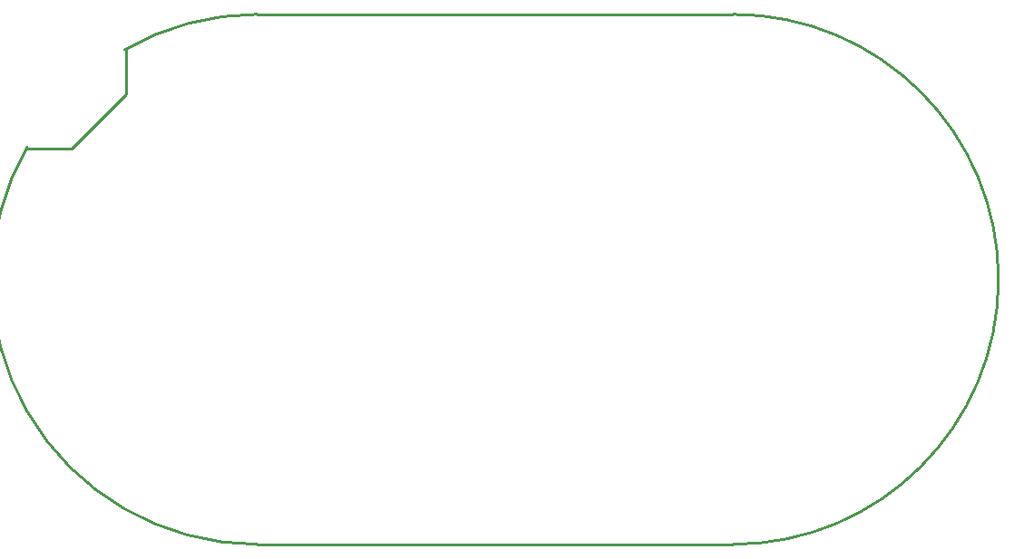
<source format=gbr>
G04 start of page 4 for group 2 idx 2 *
G04 Title: (unknown), outline *
G04 Creator: pcb 4.0.2 *
G04 CreationDate: Thu Apr 29 14:29:52 2021 UTC *
G04 For: petersen *
G04 Format: Gerber/RS-274X *
G04 PCB-Dimensions (mil): 4500.00 2500.00 *
G04 PCB-Coordinate-Origin: lower left *
%MOIN*%
%FSLAX25Y25*%
%LNOUTLINE*%
%ADD34C,0.0100*%
G54D34*X57000Y173000D02*X77000Y193000D01*
Y210000D01*
X57000Y173000D02*X40000D01*
X125000Y222500D02*X300000D01*
Y27500D02*X125000D01*
X125000Y222500D02*G75*G03X76250Y209437I0J-97500D01*G01*
X40563Y173750D02*G75*G03X125000Y27500I84437J-48750D01*G01*
X300000D02*G75*G03X300000Y222500I0J97500D01*G01*
M02*

</source>
